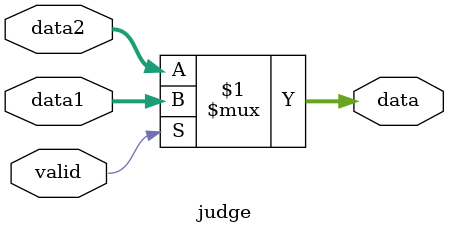
<source format=v>
`timescale 1ps/1ps

module judge (
  input         valid,
  input  [31:0] data1,
  input  [31:0] data2,
  output [31:0] data
);

  assign data = valid ? data1 : data2;

endmodule

</source>
